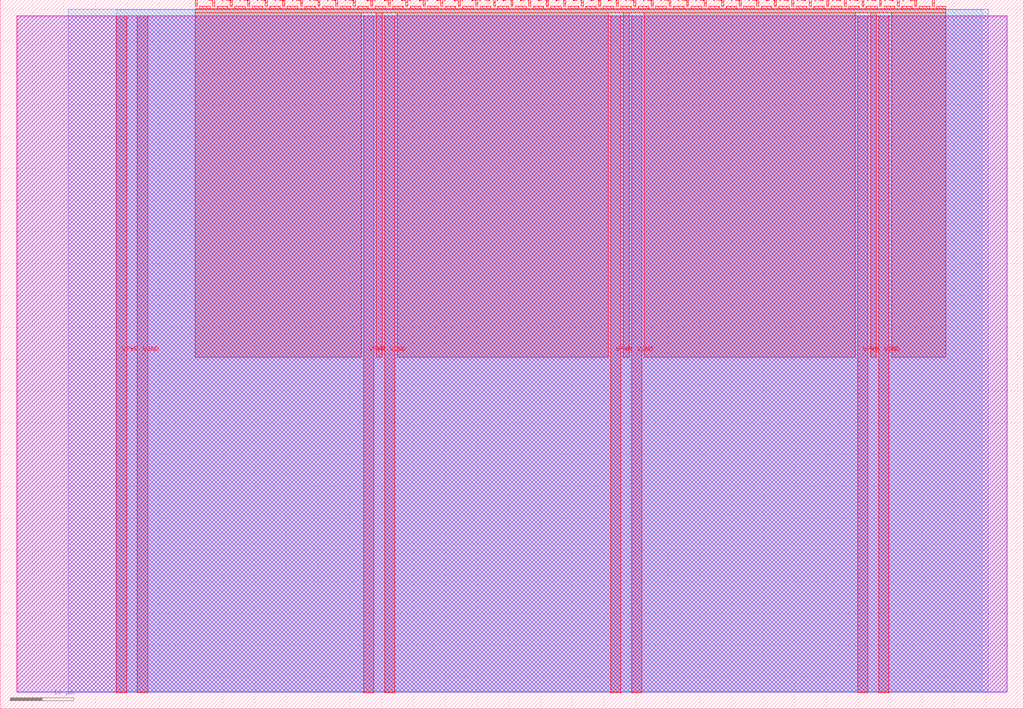
<source format=lef>
VERSION 5.7 ;
  NOWIREEXTENSIONATPIN ON ;
  DIVIDERCHAR "/" ;
  BUSBITCHARS "[]" ;
MACRO tt_um_Esteban_Oman_Mendoza_maze_2024_top
  CLASS BLOCK ;
  FOREIGN tt_um_Esteban_Oman_Mendoza_maze_2024_top ;
  ORIGIN 0.000 0.000 ;
  SIZE 161.000 BY 111.520 ;
  PIN VGND
    DIRECTION INOUT ;
    USE GROUND ;
    PORT
      LAYER met4 ;
        RECT 21.580 2.480 23.180 109.040 ;
    END
    PORT
      LAYER met4 ;
        RECT 60.450 2.480 62.050 109.040 ;
    END
    PORT
      LAYER met4 ;
        RECT 99.320 2.480 100.920 109.040 ;
    END
    PORT
      LAYER met4 ;
        RECT 138.190 2.480 139.790 109.040 ;
    END
  END VGND
  PIN VPWR
    DIRECTION INOUT ;
    USE POWER ;
    PORT
      LAYER met4 ;
        RECT 18.280 2.480 19.880 109.040 ;
    END
    PORT
      LAYER met4 ;
        RECT 57.150 2.480 58.750 109.040 ;
    END
    PORT
      LAYER met4 ;
        RECT 96.020 2.480 97.620 109.040 ;
    END
    PORT
      LAYER met4 ;
        RECT 134.890 2.480 136.490 109.040 ;
    END
  END VPWR
  PIN clk
    DIRECTION INPUT ;
    USE SIGNAL ;
    ANTENNAGATEAREA 0.852000 ;
    PORT
      LAYER met4 ;
        RECT 143.830 110.520 144.130 111.520 ;
    END
  END clk
  PIN ena
    DIRECTION INPUT ;
    USE SIGNAL ;
    PORT
      LAYER met4 ;
        RECT 146.590 110.520 146.890 111.520 ;
    END
  END ena
  PIN rst_n
    DIRECTION INPUT ;
    USE SIGNAL ;
    ANTENNAGATEAREA 0.196500 ;
    PORT
      LAYER met4 ;
        RECT 141.070 110.520 141.370 111.520 ;
    END
  END rst_n
  PIN ui_in[0]
    DIRECTION INPUT ;
    USE SIGNAL ;
    ANTENNAGATEAREA 0.196500 ;
    PORT
      LAYER met4 ;
        RECT 138.310 110.520 138.610 111.520 ;
    END
  END ui_in[0]
  PIN ui_in[1]
    DIRECTION INPUT ;
    USE SIGNAL ;
    ANTENNAGATEAREA 0.213000 ;
    PORT
      LAYER met4 ;
        RECT 135.550 110.520 135.850 111.520 ;
    END
  END ui_in[1]
  PIN ui_in[2]
    DIRECTION INPUT ;
    USE SIGNAL ;
    ANTENNAGATEAREA 0.196500 ;
    PORT
      LAYER met4 ;
        RECT 132.790 110.520 133.090 111.520 ;
    END
  END ui_in[2]
  PIN ui_in[3]
    DIRECTION INPUT ;
    USE SIGNAL ;
    PORT
      LAYER met4 ;
        RECT 130.030 110.520 130.330 111.520 ;
    END
  END ui_in[3]
  PIN ui_in[4]
    DIRECTION INPUT ;
    USE SIGNAL ;
    PORT
      LAYER met4 ;
        RECT 127.270 110.520 127.570 111.520 ;
    END
  END ui_in[4]
  PIN ui_in[5]
    DIRECTION INPUT ;
    USE SIGNAL ;
    PORT
      LAYER met4 ;
        RECT 124.510 110.520 124.810 111.520 ;
    END
  END ui_in[5]
  PIN ui_in[6]
    DIRECTION INPUT ;
    USE SIGNAL ;
    PORT
      LAYER met4 ;
        RECT 121.750 110.520 122.050 111.520 ;
    END
  END ui_in[6]
  PIN ui_in[7]
    DIRECTION INPUT ;
    USE SIGNAL ;
    PORT
      LAYER met4 ;
        RECT 118.990 110.520 119.290 111.520 ;
    END
  END ui_in[7]
  PIN uio_in[0]
    DIRECTION INPUT ;
    USE SIGNAL ;
    PORT
      LAYER met4 ;
        RECT 116.230 110.520 116.530 111.520 ;
    END
  END uio_in[0]
  PIN uio_in[1]
    DIRECTION INPUT ;
    USE SIGNAL ;
    PORT
      LAYER met4 ;
        RECT 113.470 110.520 113.770 111.520 ;
    END
  END uio_in[1]
  PIN uio_in[2]
    DIRECTION INPUT ;
    USE SIGNAL ;
    PORT
      LAYER met4 ;
        RECT 110.710 110.520 111.010 111.520 ;
    END
  END uio_in[2]
  PIN uio_in[3]
    DIRECTION INPUT ;
    USE SIGNAL ;
    PORT
      LAYER met4 ;
        RECT 107.950 110.520 108.250 111.520 ;
    END
  END uio_in[3]
  PIN uio_in[4]
    DIRECTION INPUT ;
    USE SIGNAL ;
    PORT
      LAYER met4 ;
        RECT 105.190 110.520 105.490 111.520 ;
    END
  END uio_in[4]
  PIN uio_in[5]
    DIRECTION INPUT ;
    USE SIGNAL ;
    PORT
      LAYER met4 ;
        RECT 102.430 110.520 102.730 111.520 ;
    END
  END uio_in[5]
  PIN uio_in[6]
    DIRECTION INPUT ;
    USE SIGNAL ;
    PORT
      LAYER met4 ;
        RECT 99.670 110.520 99.970 111.520 ;
    END
  END uio_in[6]
  PIN uio_in[7]
    DIRECTION INPUT ;
    USE SIGNAL ;
    PORT
      LAYER met4 ;
        RECT 96.910 110.520 97.210 111.520 ;
    END
  END uio_in[7]
  PIN uio_oe[0]
    DIRECTION OUTPUT ;
    USE SIGNAL ;
    PORT
      LAYER met4 ;
        RECT 49.990 110.520 50.290 111.520 ;
    END
  END uio_oe[0]
  PIN uio_oe[1]
    DIRECTION OUTPUT ;
    USE SIGNAL ;
    PORT
      LAYER met4 ;
        RECT 47.230 110.520 47.530 111.520 ;
    END
  END uio_oe[1]
  PIN uio_oe[2]
    DIRECTION OUTPUT ;
    USE SIGNAL ;
    PORT
      LAYER met4 ;
        RECT 44.470 110.520 44.770 111.520 ;
    END
  END uio_oe[2]
  PIN uio_oe[3]
    DIRECTION OUTPUT ;
    USE SIGNAL ;
    PORT
      LAYER met4 ;
        RECT 41.710 110.520 42.010 111.520 ;
    END
  END uio_oe[3]
  PIN uio_oe[4]
    DIRECTION OUTPUT ;
    USE SIGNAL ;
    PORT
      LAYER met4 ;
        RECT 38.950 110.520 39.250 111.520 ;
    END
  END uio_oe[4]
  PIN uio_oe[5]
    DIRECTION OUTPUT ;
    USE SIGNAL ;
    PORT
      LAYER met4 ;
        RECT 36.190 110.520 36.490 111.520 ;
    END
  END uio_oe[5]
  PIN uio_oe[6]
    DIRECTION OUTPUT ;
    USE SIGNAL ;
    PORT
      LAYER met4 ;
        RECT 33.430 110.520 33.730 111.520 ;
    END
  END uio_oe[6]
  PIN uio_oe[7]
    DIRECTION OUTPUT ;
    USE SIGNAL ;
    PORT
      LAYER met4 ;
        RECT 30.670 110.520 30.970 111.520 ;
    END
  END uio_oe[7]
  PIN uio_out[0]
    DIRECTION OUTPUT ;
    USE SIGNAL ;
    ANTENNAGATEAREA 0.868500 ;
    ANTENNADIFFAREA 0.891000 ;
    PORT
      LAYER met4 ;
        RECT 72.070 110.520 72.370 111.520 ;
    END
  END uio_out[0]
  PIN uio_out[1]
    DIRECTION OUTPUT ;
    USE SIGNAL ;
    ANTENNAGATEAREA 0.247500 ;
    ANTENNADIFFAREA 0.891000 ;
    PORT
      LAYER met4 ;
        RECT 69.310 110.520 69.610 111.520 ;
    END
  END uio_out[1]
  PIN uio_out[2]
    DIRECTION OUTPUT ;
    USE SIGNAL ;
    ANTENNAGATEAREA 0.373500 ;
    ANTENNADIFFAREA 0.891000 ;
    PORT
      LAYER met4 ;
        RECT 66.550 110.520 66.850 111.520 ;
    END
  END uio_out[2]
  PIN uio_out[3]
    DIRECTION OUTPUT ;
    USE SIGNAL ;
    ANTENNAGATEAREA 0.742500 ;
    ANTENNADIFFAREA 1.075200 ;
    PORT
      LAYER met4 ;
        RECT 63.790 110.520 64.090 111.520 ;
    END
  END uio_out[3]
  PIN uio_out[4]
    DIRECTION OUTPUT ;
    USE SIGNAL ;
    ANTENNAGATEAREA 0.742500 ;
    ANTENNADIFFAREA 0.891000 ;
    PORT
      LAYER met4 ;
        RECT 61.030 110.520 61.330 111.520 ;
    END
  END uio_out[4]
  PIN uio_out[5]
    DIRECTION OUTPUT ;
    USE SIGNAL ;
    PORT
      LAYER met4 ;
        RECT 58.270 110.520 58.570 111.520 ;
    END
  END uio_out[5]
  PIN uio_out[6]
    DIRECTION OUTPUT ;
    USE SIGNAL ;
    PORT
      LAYER met4 ;
        RECT 55.510 110.520 55.810 111.520 ;
    END
  END uio_out[6]
  PIN uio_out[7]
    DIRECTION OUTPUT ;
    USE SIGNAL ;
    PORT
      LAYER met4 ;
        RECT 52.750 110.520 53.050 111.520 ;
    END
  END uio_out[7]
  PIN uo_out[0]
    DIRECTION OUTPUT ;
    USE SIGNAL ;
    ANTENNADIFFAREA 0.891000 ;
    PORT
      LAYER met4 ;
        RECT 94.150 110.520 94.450 111.520 ;
    END
  END uo_out[0]
  PIN uo_out[1]
    DIRECTION OUTPUT ;
    USE SIGNAL ;
    ANTENNADIFFAREA 0.904000 ;
    PORT
      LAYER met4 ;
        RECT 91.390 110.520 91.690 111.520 ;
    END
  END uo_out[1]
  PIN uo_out[2]
    DIRECTION OUTPUT ;
    USE SIGNAL ;
    ANTENNADIFFAREA 0.891000 ;
    PORT
      LAYER met4 ;
        RECT 88.630 110.520 88.930 111.520 ;
    END
  END uo_out[2]
  PIN uo_out[3]
    DIRECTION OUTPUT ;
    USE SIGNAL ;
    ANTENNADIFFAREA 0.933750 ;
    PORT
      LAYER met4 ;
        RECT 85.870 110.520 86.170 111.520 ;
    END
  END uo_out[3]
  PIN uo_out[4]
    DIRECTION OUTPUT ;
    USE SIGNAL ;
    ANTENNADIFFAREA 0.933750 ;
    PORT
      LAYER met4 ;
        RECT 83.110 110.520 83.410 111.520 ;
    END
  END uo_out[4]
  PIN uo_out[5]
    DIRECTION OUTPUT ;
    USE SIGNAL ;
    ANTENNADIFFAREA 0.933750 ;
    PORT
      LAYER met4 ;
        RECT 80.350 110.520 80.650 111.520 ;
    END
  END uo_out[5]
  PIN uo_out[6]
    DIRECTION OUTPUT ;
    USE SIGNAL ;
    ANTENNADIFFAREA 0.924000 ;
    PORT
      LAYER met4 ;
        RECT 77.590 110.520 77.890 111.520 ;
    END
  END uo_out[6]
  PIN uo_out[7]
    DIRECTION OUTPUT ;
    USE SIGNAL ;
    PORT
      LAYER met4 ;
        RECT 74.830 110.520 75.130 111.520 ;
    END
  END uo_out[7]
  OBS
      LAYER nwell ;
        RECT 2.570 2.635 158.430 108.990 ;
      LAYER li1 ;
        RECT 2.760 2.635 158.240 108.885 ;
      LAYER met1 ;
        RECT 2.760 2.480 158.240 109.040 ;
      LAYER met2 ;
        RECT 10.680 2.535 155.380 110.005 ;
      LAYER met3 ;
        RECT 18.290 2.555 154.495 109.985 ;
      LAYER met4 ;
        RECT 31.370 110.120 33.030 110.520 ;
        RECT 34.130 110.120 35.790 110.520 ;
        RECT 36.890 110.120 38.550 110.520 ;
        RECT 39.650 110.120 41.310 110.520 ;
        RECT 42.410 110.120 44.070 110.520 ;
        RECT 45.170 110.120 46.830 110.520 ;
        RECT 47.930 110.120 49.590 110.520 ;
        RECT 50.690 110.120 52.350 110.520 ;
        RECT 53.450 110.120 55.110 110.520 ;
        RECT 56.210 110.120 57.870 110.520 ;
        RECT 58.970 110.120 60.630 110.520 ;
        RECT 61.730 110.120 63.390 110.520 ;
        RECT 64.490 110.120 66.150 110.520 ;
        RECT 67.250 110.120 68.910 110.520 ;
        RECT 70.010 110.120 71.670 110.520 ;
        RECT 72.770 110.120 74.430 110.520 ;
        RECT 75.530 110.120 77.190 110.520 ;
        RECT 78.290 110.120 79.950 110.520 ;
        RECT 81.050 110.120 82.710 110.520 ;
        RECT 83.810 110.120 85.470 110.520 ;
        RECT 86.570 110.120 88.230 110.520 ;
        RECT 89.330 110.120 90.990 110.520 ;
        RECT 92.090 110.120 93.750 110.520 ;
        RECT 94.850 110.120 96.510 110.520 ;
        RECT 97.610 110.120 99.270 110.520 ;
        RECT 100.370 110.120 102.030 110.520 ;
        RECT 103.130 110.120 104.790 110.520 ;
        RECT 105.890 110.120 107.550 110.520 ;
        RECT 108.650 110.120 110.310 110.520 ;
        RECT 111.410 110.120 113.070 110.520 ;
        RECT 114.170 110.120 115.830 110.520 ;
        RECT 116.930 110.120 118.590 110.520 ;
        RECT 119.690 110.120 121.350 110.520 ;
        RECT 122.450 110.120 124.110 110.520 ;
        RECT 125.210 110.120 126.870 110.520 ;
        RECT 127.970 110.120 129.630 110.520 ;
        RECT 130.730 110.120 132.390 110.520 ;
        RECT 133.490 110.120 135.150 110.520 ;
        RECT 136.250 110.120 137.910 110.520 ;
        RECT 139.010 110.120 140.670 110.520 ;
        RECT 141.770 110.120 143.430 110.520 ;
        RECT 144.530 110.120 146.190 110.520 ;
        RECT 147.290 110.120 148.745 110.520 ;
        RECT 30.655 109.440 148.745 110.120 ;
        RECT 30.655 55.255 56.750 109.440 ;
        RECT 59.150 55.255 60.050 109.440 ;
        RECT 62.450 55.255 95.620 109.440 ;
        RECT 98.020 55.255 98.920 109.440 ;
        RECT 101.320 55.255 134.490 109.440 ;
        RECT 136.890 55.255 137.790 109.440 ;
        RECT 140.190 55.255 148.745 109.440 ;
  END
END tt_um_Esteban_Oman_Mendoza_maze_2024_top
END LIBRARY


</source>
